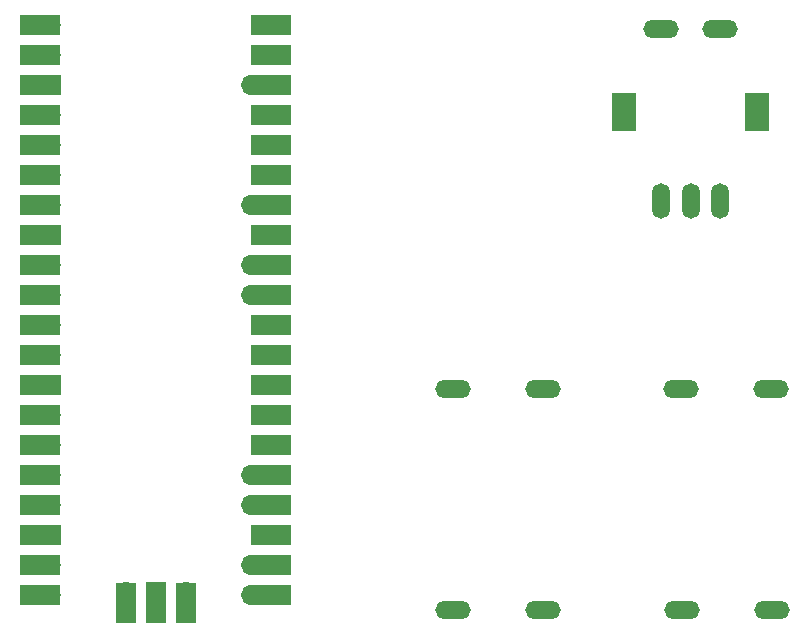
<source format=gbr>
%TF.GenerationSoftware,KiCad,Pcbnew,9.0.2*%
%TF.CreationDate,2025-07-05T11:42:38+02:00*%
%TF.ProjectId,test-stef_6_inter,74657374-2d73-4746-9566-5f365f696e74,rev?*%
%TF.SameCoordinates,Original*%
%TF.FileFunction,Copper,L1,Top*%
%TF.FilePolarity,Positive*%
%FSLAX46Y46*%
G04 Gerber Fmt 4.6, Leading zero omitted, Abs format (unit mm)*
G04 Created by KiCad (PCBNEW 9.0.2) date 2025-07-05 11:42:38*
%MOMM*%
%LPD*%
G01*
G04 APERTURE LIST*
%TA.AperFunction,ComponentPad*%
%ADD10O,1.700000X1.700000*%
%TD*%
%TA.AperFunction,SMDPad,CuDef*%
%ADD11R,3.500000X1.700000*%
%TD*%
%TA.AperFunction,ComponentPad*%
%ADD12R,1.700000X1.700000*%
%TD*%
%TA.AperFunction,ComponentPad*%
%ADD13O,3.400000X1.700000*%
%TD*%
%TA.AperFunction,SMDPad,CuDef*%
%ADD14R,1.700000X3.500000*%
%TD*%
%TA.AperFunction,ComponentPad*%
%ADD15O,3.000000X1.500000*%
%TD*%
%TA.AperFunction,ComponentPad*%
%ADD16O,1.500000X3.000000*%
%TD*%
%TA.AperFunction,ComponentPad*%
%ADD17R,2.000000X3.200000*%
%TD*%
G04 APERTURE END LIST*
D10*
%TO.P,U1,1,GPIO0*%
%TO.N,unconnected-(U1-GPIO0-Pad1)*%
X130556000Y-73152000D03*
D11*
X129656000Y-73152000D03*
D10*
%TO.P,U1,2,GPIO1*%
%TO.N,unconnected-(U1-GPIO1-Pad2)*%
X130556000Y-75692000D03*
D11*
X129656000Y-75692000D03*
D12*
%TO.P,U1,3,GND*%
%TO.N,unconnected-(U1-GND-Pad3)*%
X130556000Y-78232000D03*
D11*
X129656000Y-78232000D03*
D10*
%TO.P,U1,4,GPIO2*%
%TO.N,unconnected-(U1-GPIO2-Pad4)*%
X130556000Y-80772000D03*
D11*
X129656000Y-80772000D03*
D10*
%TO.P,U1,5,GPIO3*%
%TO.N,unconnected-(U1-GPIO3-Pad5)*%
X130556000Y-83312000D03*
D11*
X129656000Y-83312000D03*
D10*
%TO.P,U1,6,GPIO4*%
%TO.N,unconnected-(U1-GPIO4-Pad6)*%
X130556000Y-85852000D03*
D11*
X129656000Y-85852000D03*
D10*
%TO.P,U1,7,GPIO5*%
%TO.N,unconnected-(U1-GPIO5-Pad7)*%
X130556000Y-88392000D03*
D11*
X129656000Y-88392000D03*
D12*
%TO.P,U1,8,GND*%
%TO.N,unconnected-(U1-GND-Pad8)*%
X130556000Y-90932000D03*
D11*
X129656000Y-90932000D03*
D10*
%TO.P,U1,9,GPIO6*%
%TO.N,unconnected-(U1-GPIO6-Pad9)*%
X130556000Y-93472000D03*
D11*
X129656000Y-93472000D03*
D10*
%TO.P,U1,10,GPIO7*%
%TO.N,unconnected-(U1-GPIO7-Pad10)*%
X130556000Y-96012000D03*
D11*
X129656000Y-96012000D03*
D10*
%TO.P,U1,11,GPIO8*%
%TO.N,unconnected-(U1-GPIO8-Pad11)*%
X130556000Y-98552000D03*
D11*
X129656000Y-98552000D03*
D10*
%TO.P,U1,12,GPIO9*%
%TO.N,unconnected-(U1-GPIO9-Pad12)*%
X130556000Y-101092000D03*
D11*
X129656000Y-101092000D03*
D12*
%TO.P,U1,13,GND*%
%TO.N,unconnected-(U1-GND-Pad13)*%
X130556000Y-103632000D03*
D11*
X129656000Y-103632000D03*
D10*
%TO.P,U1,14,GPIO10*%
%TO.N,unconnected-(U1-GPIO10-Pad14)*%
X130556000Y-106172000D03*
D11*
X129656000Y-106172000D03*
D10*
%TO.P,U1,15,GPIO11*%
%TO.N,unconnected-(U1-GPIO11-Pad15)*%
X130556000Y-108712000D03*
D11*
X129656000Y-108712000D03*
D10*
%TO.P,U1,16,GPIO12*%
%TO.N,unconnected-(U1-GPIO12-Pad16)*%
X130556000Y-111252000D03*
D11*
X129656000Y-111252000D03*
D10*
%TO.P,U1,17,GPIO13*%
%TO.N,unconnected-(U1-GPIO13-Pad17)*%
X130556000Y-113792000D03*
D11*
X129656000Y-113792000D03*
D12*
%TO.P,U1,18,GND*%
%TO.N,unconnected-(U1-GND-Pad18)*%
X130556000Y-116332000D03*
D11*
X129656000Y-116332000D03*
D10*
%TO.P,U1,19,GPIO14*%
%TO.N,unconnected-(U1-GPIO14-Pad19)*%
X130556000Y-118872000D03*
D11*
X129656000Y-118872000D03*
D10*
%TO.P,U1,20,GPIO15*%
%TO.N,unconnected-(U1-GPIO15-Pad20)*%
X130556000Y-121412000D03*
D11*
X129656000Y-121412000D03*
D13*
%TO.P,U1,21,GPIO16*%
%TO.N,Net-(D4-K)*%
X148336000Y-121412000D03*
D11*
X149236000Y-121412000D03*
D13*
%TO.P,U1,22,GPIO17*%
%TO.N,Net-(D1-K)*%
X148336000Y-118872000D03*
D11*
X149236000Y-118872000D03*
D12*
%TO.P,U1,23,GND*%
%TO.N,unconnected-(U1-GND-Pad23)*%
X148336000Y-116332000D03*
D11*
X149236000Y-116332000D03*
D13*
%TO.P,U1,24,GPIO18*%
%TO.N,Net-(U1-GPIO18)*%
X148336000Y-113792000D03*
D11*
X149236000Y-113792000D03*
D13*
%TO.P,U1,25,GPIO19*%
%TO.N,Net-(U1-GPIO19)*%
X148336000Y-111252000D03*
D11*
X149236000Y-111252000D03*
D10*
%TO.P,U1,26,GPIO20*%
%TO.N,unconnected-(U1-GPIO20-Pad26)*%
X148336000Y-108712000D03*
D11*
X149236000Y-108712000D03*
D10*
%TO.P,U1,27,GPIO21*%
%TO.N,unconnected-(U1-GPIO21-Pad27)*%
X148336000Y-106172000D03*
D11*
X149236000Y-106172000D03*
D12*
%TO.P,U1,28,GND*%
%TO.N,unconnected-(U1-GND-Pad28)*%
X148336000Y-103632000D03*
D11*
X149236000Y-103632000D03*
D10*
%TO.P,U1,29,GPIO22*%
%TO.N,unconnected-(U1-GPIO22-Pad29)*%
X148336000Y-101092000D03*
D11*
X149236000Y-101092000D03*
D10*
%TO.P,U1,30,RUN*%
%TO.N,unconnected-(U1-RUN-Pad30)*%
X148336000Y-98552000D03*
D11*
X149236000Y-98552000D03*
D13*
%TO.P,U1,31,GPIO26_ADC0*%
%TO.N,Net-(U1-GPIO26_ADC0)*%
X148336000Y-96012000D03*
D11*
X149236000Y-96012000D03*
D13*
%TO.P,U1,32,GPIO27_ADC1*%
%TO.N,Net-(U1-GPIO27_ADC1)*%
X148336000Y-93472000D03*
D11*
X149236000Y-93472000D03*
D12*
%TO.P,U1,33,AGND*%
%TO.N,unconnected-(U1-AGND-Pad33)*%
X148336000Y-90932000D03*
D11*
X149236000Y-90932000D03*
D13*
%TO.P,U1,34,GPIO28_ADC2*%
%TO.N,Net-(U1-GPIO28_ADC2)*%
X148336000Y-88392000D03*
D11*
X149236000Y-88392000D03*
D10*
%TO.P,U1,35,ADC_VREF*%
%TO.N,unconnected-(U1-ADC_VREF-Pad35)*%
X148336000Y-85852000D03*
D11*
X149236000Y-85852000D03*
D10*
%TO.P,U1,36,3V3*%
%TO.N,unconnected-(U1-3V3-Pad36)*%
X148336000Y-83312000D03*
D11*
X149236000Y-83312000D03*
D10*
%TO.P,U1,37,3V3_EN*%
%TO.N,unconnected-(U1-3V3_EN-Pad37)*%
X148336000Y-80772000D03*
D11*
X149236000Y-80772000D03*
D13*
%TO.P,U1,38,GND*%
%TO.N,Net-(SW3-PadC)*%
X148336000Y-78232000D03*
D11*
X149236000Y-78232000D03*
D10*
%TO.P,U1,39,VSYS*%
%TO.N,unconnected-(U1-VSYS-Pad39)*%
X148336000Y-75692000D03*
D11*
X149236000Y-75692000D03*
D10*
%TO.P,U1,40,VBUS*%
%TO.N,unconnected-(U1-VBUS-Pad40)*%
X148336000Y-73152000D03*
D11*
X149236000Y-73152000D03*
D10*
%TO.P,U1,41,SWCLK*%
%TO.N,unconnected-(U1-SWCLK-Pad41)*%
X136906000Y-121182000D03*
D14*
X136906000Y-122082000D03*
D12*
%TO.P,U1,42,GND*%
%TO.N,unconnected-(U1-GND-Pad42)*%
X139446000Y-121182000D03*
D14*
X139446000Y-122082000D03*
D10*
%TO.P,U1,43,SWDIO*%
%TO.N,unconnected-(U1-SWDIO-Pad43)*%
X141986000Y-121182000D03*
D14*
X141986000Y-122082000D03*
%TD*%
D15*
%TO.P,D5,1,K*%
%TO.N,Net-(D4-K)*%
X184031000Y-122660000D03*
%TO.P,D5,2,A*%
%TO.N,Net-(D5-A)*%
X191651000Y-122660000D03*
%TD*%
%TO.P,D1,1,K*%
%TO.N,Net-(D1-K)*%
X164650000Y-103985000D03*
%TO.P,D1,2,A*%
%TO.N,Net-(D1-A)*%
X172270000Y-103985000D03*
%TD*%
D16*
%TO.P,SW3,A,A*%
%TO.N,Net-(U1-GPIO26_ADC0)*%
X182245000Y-88000000D03*
%TO.P,SW3,B,B*%
%TO.N,Net-(U1-GPIO27_ADC1)*%
X187245000Y-88000000D03*
%TO.P,SW3,C,C*%
%TO.N,Net-(SW3-PadC)*%
X184745000Y-88000000D03*
D17*
%TO.P,SW3,MP,MP*%
%TO.N,unconnected-(SW3-PadMP)*%
X179145000Y-80500000D03*
X190345000Y-80500000D03*
D15*
%TO.P,SW3,S1,S1*%
%TO.N,Net-(U1-GPIO28_ADC2)*%
X187245000Y-73500000D03*
%TO.P,SW3,S2,S2*%
%TO.N,Net-(SW3-PadC)*%
X182245000Y-73500000D03*
%TD*%
%TO.P,D4,1,K*%
%TO.N,Net-(D4-K)*%
X164650000Y-122660000D03*
%TO.P,D4,2,A*%
%TO.N,Net-(D4-A)*%
X172270000Y-122660000D03*
%TD*%
%TO.P,D2,1,K*%
%TO.N,Net-(D1-K)*%
X183904000Y-103985000D03*
%TO.P,D2,2,A*%
%TO.N,Net-(D2-A)*%
X191524000Y-103985000D03*
%TD*%
M02*

</source>
